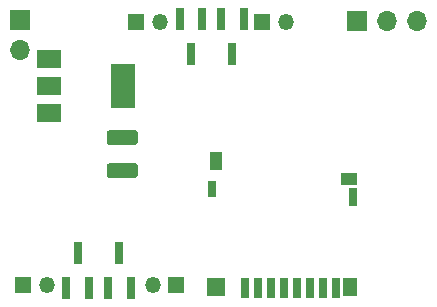
<source format=gbr>
G04 #@! TF.GenerationSoftware,KiCad,Pcbnew,(5.1.8)-1*
G04 #@! TF.CreationDate,2020-11-28T11:44:15-05:00*
G04 #@! TF.ProjectId,STM32_SMD_Quadcopter,53544d33-325f-4534-9d44-5f5175616463,rev?*
G04 #@! TF.SameCoordinates,PX2daf690PY1aab7d8*
G04 #@! TF.FileFunction,Soldermask,Bot*
G04 #@! TF.FilePolarity,Negative*
%FSLAX46Y46*%
G04 Gerber Fmt 4.6, Leading zero omitted, Abs format (unit mm)*
G04 Created by KiCad (PCBNEW (5.1.8)-1) date 2020-11-28 11:44:15*
%MOMM*%
%LPD*%
G01*
G04 APERTURE LIST*
%ADD10R,0.700000X1.750000*%
%ADD11R,1.300000X1.500000*%
%ADD12R,0.800000X1.500000*%
%ADD13R,1.450000X1.000000*%
%ADD14R,0.800000X1.400000*%
%ADD15R,1.500000X1.500000*%
%ADD16R,1.000000X1.550000*%
%ADD17R,0.800000X1.900000*%
%ADD18R,1.700000X1.700000*%
%ADD19O,1.700000X1.700000*%
%ADD20R,1.350000X1.350000*%
%ADD21O,1.350000X1.350000*%
%ADD22R,2.000000X3.800000*%
%ADD23R,2.000000X1.500000*%
G04 APERTURE END LIST*
D10*
X28039400Y-24057200D03*
D11*
X29239400Y-23932200D03*
D12*
X29489400Y-16332200D03*
D13*
X29164400Y-14832200D03*
D14*
X17539400Y-15682200D03*
D10*
X26939400Y-24057200D03*
X25839400Y-24057200D03*
X24739400Y-24057200D03*
X23639400Y-24057200D03*
X22539400Y-24057200D03*
X21439400Y-24057200D03*
X20339400Y-24057200D03*
D15*
X17889400Y-23932200D03*
D16*
X17939400Y-13257200D03*
D17*
X15798800Y-4241800D03*
X16748800Y-1241800D03*
X14848800Y-1241800D03*
D18*
X1346200Y-1346200D03*
D19*
X1346200Y-3886200D03*
D17*
X10668000Y-24079200D03*
X8768000Y-24079200D03*
X9718000Y-21079200D03*
G36*
G01*
X8881800Y-10678000D02*
X11031800Y-10678000D01*
G75*
G02*
X11281800Y-10928000I0J-250000D01*
G01*
X11281800Y-11678000D01*
G75*
G02*
X11031800Y-11928000I-250000J0D01*
G01*
X8881800Y-11928000D01*
G75*
G02*
X8631800Y-11678000I0J250000D01*
G01*
X8631800Y-10928000D01*
G75*
G02*
X8881800Y-10678000I250000J0D01*
G01*
G37*
G36*
G01*
X8881800Y-13478000D02*
X11031800Y-13478000D01*
G75*
G02*
X11281800Y-13728000I0J-250000D01*
G01*
X11281800Y-14478000D01*
G75*
G02*
X11031800Y-14728000I-250000J0D01*
G01*
X8881800Y-14728000D01*
G75*
G02*
X8631800Y-14478000I0J250000D01*
G01*
X8631800Y-13728000D01*
G75*
G02*
X8881800Y-13478000I250000J0D01*
G01*
G37*
D20*
X1595489Y-23781302D03*
D21*
X3595489Y-23781302D03*
X12554200Y-23761700D03*
D20*
X14554200Y-23761700D03*
X21818600Y-1536700D03*
D21*
X23818600Y-1536700D03*
X13125200Y-1536700D03*
D20*
X11125200Y-1536700D03*
D17*
X6184900Y-21082000D03*
X5234900Y-24082000D03*
X7134900Y-24082000D03*
X18341300Y-1243200D03*
X20241300Y-1243200D03*
X19291300Y-4243200D03*
D22*
X10021100Y-6948200D03*
D23*
X3721100Y-6948200D03*
X3721100Y-4648200D03*
X3721100Y-9248200D03*
D18*
X29845000Y-1473200D03*
D19*
X32385000Y-1473200D03*
X34925000Y-1473200D03*
M02*

</source>
